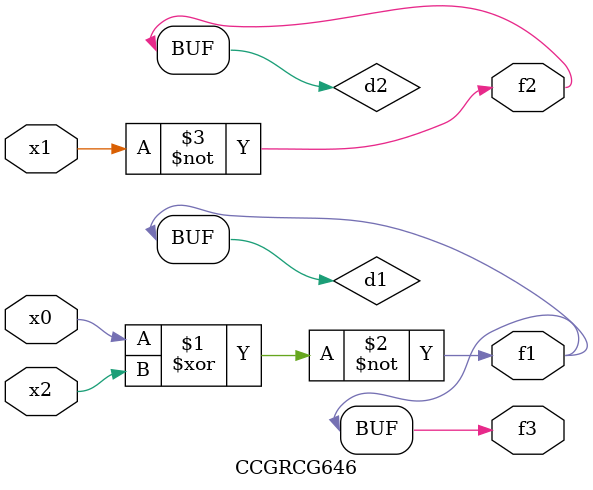
<source format=v>
module CCGRCG646(
	input x0, x1, x2,
	output f1, f2, f3
);

	wire d1, d2, d3;

	xnor (d1, x0, x2);
	nand (d2, x1);
	nor (d3, x1, x2);
	assign f1 = d1;
	assign f2 = d2;
	assign f3 = d1;
endmodule

</source>
